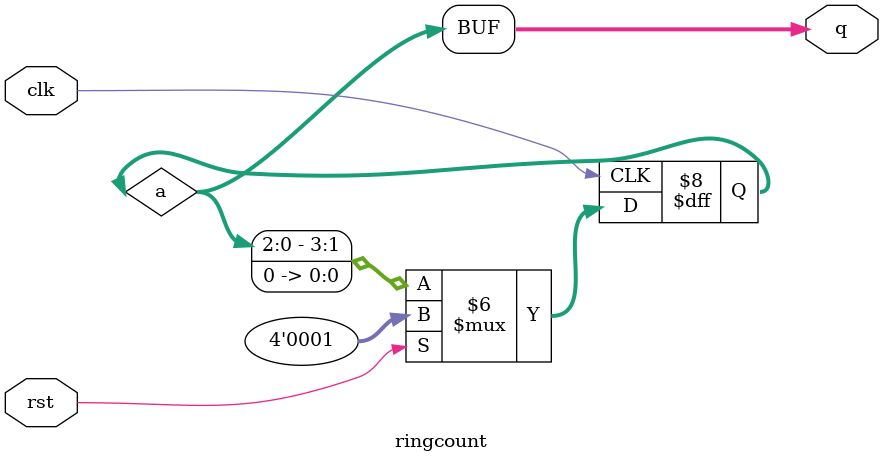
<source format=v>
module ringcount(input clk,input rst,output reg [3:0] q);
  reg [3:0] a;
  always @(posedge clk) begin
    if (rst==1)
      a <= 4'b0001;
    else
      a <= a<<1;
  end

  always @(*) begin
    q = a;
  end
endmodule

</source>
